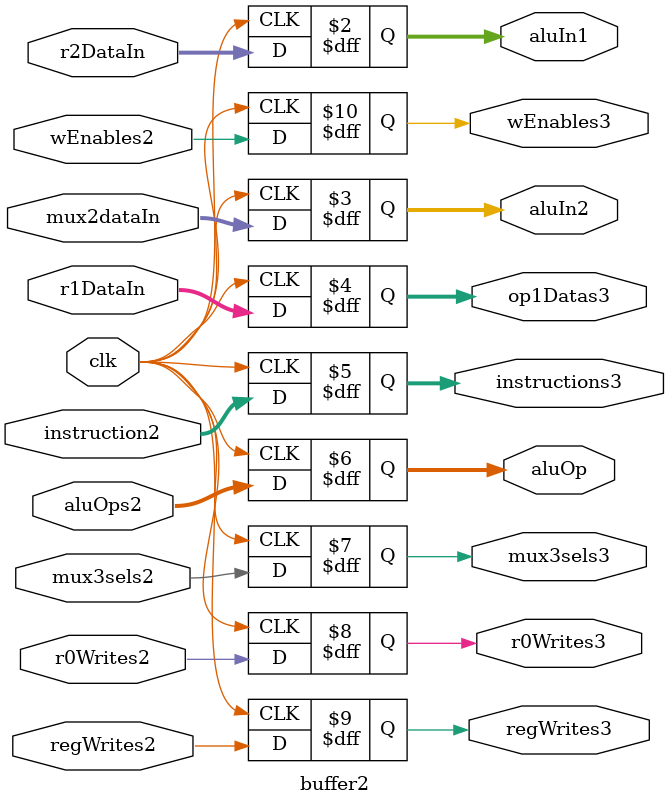
<source format=v>
module buffer2(r2DataIn, mux2dataIn, r1DataIn, instruction2, aluOps2, mux3sels2, r0Writes2, regWrites2, wEnables2,
				aluIn1, aluIn2, op1Datas3, instructions3, aluOp, mux3sels3, r0Writes3, regWrites3, wEnables3,
				clk);
	input[15:0] r2DataIn, mux2dataIn, r1DataIn, instruction2;
	input[3:0] aluOps2;
	input mux3sels2, r0Writes2, regWrites2, wEnables2,clk;
	
	output reg [15:0] aluIn1, aluIn2, op1Datas3, instructions3;
	output reg [3:0] aluOp;
	output reg mux3sels3, r0Writes3, regWrites3, wEnables3;
	
	always@(posedge clk)
	begin
		aluIn1 <= r2DataIn;
		aluIn2 <= mux2dataIn;
		op1Datas3 <= r1DataIn;
		instructions3 <= instruction2;
		aluOp <= aluOps2;
		mux3sels3 <= mux3sels2;
		r0Writes3 <= r0Writes2;
		regWrites3 <= regWrites2;
		wEnables3 <= wEnables2;
		
		
		
	end
endmodule








</source>
